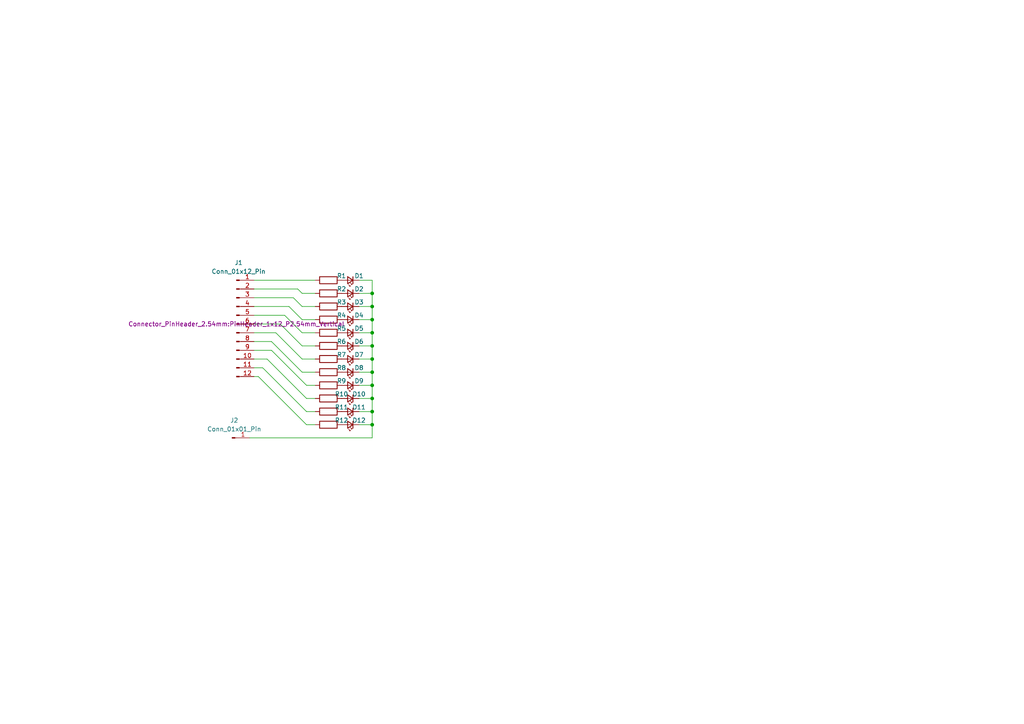
<source format=kicad_sch>
(kicad_sch (version 20230121) (generator eeschema)
  (paper "A4")
  (lib_symbols
    (symbol "Connector:Conn_01x01_Pin" (pin_names (offset 1.016) hide)
      (property "Reference" "J" (at 0 2.54 0))
      (property "Value" "Conn_01x01_Pin" (at 0 -2.54 0))
      (symbol "Conn_01x01_Pin_1_1"
        (polyline (pts (xy 1.27 0) (xy 0.8636 0)) (stroke (width 0.1524)))
        (rectangle (start 0.8636 0.127) (end 0 -0.127) (stroke (width 0.1524)) (fill (type outline)))
        (pin passive line (at 5.08 0 180) (length 3.81) (name "Pin_1") (number "1"))
      )
    )
    (symbol "Connector:Conn_01x12_Pin" (pin_names (offset 1.016) hide)
      (property "Reference" "J" (at 0 15.24 0))
      (property "Value" "Conn_01x12_Pin" (at 0 -17.78 0))
      (symbol "Conn_01x12_Pin_1_1"
        (polyline (pts (xy 1.27 -15.24) (xy 0.8636 -15.24)) (stroke (width 0.1524)))
        (polyline (pts (xy 1.27 -12.7) (xy 0.8636 -12.7)) (stroke (width 0.1524)))
        (polyline (pts (xy 1.27 -10.16) (xy 0.8636 -10.16)) (stroke (width 0.1524)))
        (polyline (pts (xy 1.27 -7.62) (xy 0.8636 -7.62)) (stroke (width 0.1524)))
        (polyline (pts (xy 1.27 -5.08) (xy 0.8636 -5.08)) (stroke (width 0.1524)))
        (polyline (pts (xy 1.27 -2.54) (xy 0.8636 -2.54)) (stroke (width 0.1524)))
        (polyline (pts (xy 1.27 0) (xy 0.8636 0)) (stroke (width 0.1524)))
        (polyline (pts (xy 1.27 2.54) (xy 0.8636 2.54)) (stroke (width 0.1524)))
        (polyline (pts (xy 1.27 5.08) (xy 0.8636 5.08)) (stroke (width 0.1524)))
        (polyline (pts (xy 1.27 7.62) (xy 0.8636 7.62)) (stroke (width 0.1524)))
        (polyline (pts (xy 1.27 10.16) (xy 0.8636 10.16)) (stroke (width 0.1524)))
        (polyline (pts (xy 1.27 12.7) (xy 0.8636 12.7)) (stroke (width 0.1524)))
        (rectangle (start 0.8636 -15.113) (end 0 -15.367) (stroke (width 0.1524)) (fill (type outline)))
        (rectangle (start 0.8636 -12.573) (end 0 -12.827) (stroke (width 0.1524)) (fill (type outline)))
        (rectangle (start 0.8636 -10.033) (end 0 -10.287) (stroke (width 0.1524)) (fill (type outline)))
        (rectangle (start 0.8636 -7.493) (end 0 -7.747) (stroke (width 0.1524)) (fill (type outline)))
        (rectangle (start 0.8636 -4.953) (end 0 -5.207) (stroke (width 0.1524)) (fill (type outline)))
        (rectangle (start 0.8636 -2.413) (end 0 -2.667) (stroke (width 0.1524)) (fill (type outline)))
        (rectangle (start 0.8636 0.127) (end 0 -0.127) (stroke (width 0.1524)) (fill (type outline)))
        (rectangle (start 0.8636 2.667) (end 0 2.413) (stroke (width 0.1524)) (fill (type outline)))
        (rectangle (start 0.8636 5.207) (end 0 4.953) (stroke (width 0.1524)) (fill (type outline)))
        (rectangle (start 0.8636 7.747) (end 0 7.493) (stroke (width 0.1524)) (fill (type outline)))
        (rectangle (start 0.8636 10.287) (end 0 10.033) (stroke (width 0.1524)) (fill (type outline)))
        (rectangle (start 0.8636 12.827) (end 0 12.573) (stroke (width 0.1524)) (fill (type outline)))
        (pin passive line (at 5.08 12.7 180) (length 3.81) (name "Pin_1") (number "1"))
        (pin passive line (at 5.08 -10.16 180) (length 3.81) (name "Pin_10") (number "10"))
        (pin passive line (at 5.08 -12.7 180) (length 3.81) (name "Pin_11") (number "11"))
        (pin passive line (at 5.08 -15.24 180) (length 3.81) (name "Pin_12") (number "12"))
        (pin passive line (at 5.08 10.16 180) (length 3.81) (name "Pin_2") (number "2"))
        (pin passive line (at 5.08 7.62 180) (length 3.81) (name "Pin_3") (number "3"))
        (pin passive line (at 5.08 5.08 180) (length 3.81) (name "Pin_4") (number "4"))
        (pin passive line (at 5.08 2.54 180) (length 3.81) (name "Pin_5") (number "5"))
        (pin passive line (at 5.08 0 180) (length 3.81) (name "Pin_6") (number "6"))
        (pin passive line (at 5.08 -2.54 180) (length 3.81) (name "Pin_7") (number "7"))
        (pin passive line (at 5.08 -5.08 180) (length 3.81) (name "Pin_8") (number "8"))
        (pin passive line (at 5.08 -7.62 180) (length 3.81) (name "Pin_9") (number "9"))
      )
    )
    (symbol "Device:LED_Small" (pin_numbers hide) (pin_names (offset 0.254) hide)
      (property "Reference" "D" (at -1.27 3.175 0))
      (property "Value" "LED_Small" (at -4.445 -2.54 0))
      (symbol "LED_Small_0_1"
        (polyline (pts (xy -0.762 -1.016) (xy -0.762 1.016)) (stroke (width 0.254)))
        (polyline (pts (xy 1.016 0) (xy -0.762 0)))
        (polyline (pts (xy 0.762 -1.016) (xy -0.762 0) (xy 0.762 1.016) (xy 0.762 -1.016)) (stroke (width 0.254)))
        (polyline (pts (xy 0 0.762) (xy -0.508 1.27) (xy -0.254 1.27) (xy -0.508 1.27) (xy -0.508 1.016)))
        (polyline (pts (xy 0.508 1.27) (xy 0 1.778) (xy 0.254 1.778) (xy 0 1.778) (xy 0 1.524)))
      )
      (symbol "LED_Small_1_1"
        (pin passive line (at -2.54 0 0) (length 1.778) (name "K") (number "1"))
        (pin passive line (at 2.54 0 180) (length 1.778) (name "A") (number "2"))
      )
    )
    (symbol "Device:R" (pin_numbers hide) (pin_names (offset 0))
      (property "Reference" "R" (at 2.032 0 90))
      (property "Value" "R" (at 0 0 90))
      (symbol "R_0_1"
        (rectangle (start -1.016 -2.54) (end 1.016 2.54) (stroke (width 0.254)))
      )
      (symbol "R_1_1"
        (pin passive line (at 0 3.81 270) (length 1.27) (name "~") (number "1"))
        (pin passive line (at 0 -3.81 90) (length 1.27) (name "~") (number "2"))
      )
    )
  )
  (junction (at 107.95 115.57))
  (junction (at 107.95 100.33))
  (junction (at 107.95 96.52))
  (junction (at 107.95 107.95))
  (junction (at 107.95 85.09))
  (junction (at 107.95 119.38))
  (junction (at 107.95 88.9))
  (junction (at 107.95 123.19))
  (junction (at 107.95 111.76))
  (junction (at 107.95 92.71))
  (junction (at 107.95 104.14))
  (wire (pts (xy 107.95 123.19) (xy 107.95 127)))
  (wire (pts (xy 88.9 119.38) (xy 91.44 119.38)))
  (wire (pts (xy 83.82 88.9) (xy 87.63 92.71)))
  (wire (pts (xy 107.95 100.33) (xy 107.95 104.14)))
  (wire (pts (xy 86.36 83.82) (xy 87.63 85.09)))
  (wire (pts (xy 104.14 115.57) (xy 107.95 115.57)))
  (wire (pts (xy 104.14 96.52) (xy 107.95 96.52)))
  (wire (pts (xy 87.63 85.09) (xy 91.44 85.09)))
  (wire (pts (xy 73.66 104.14) (xy 77.47 104.14)))
  (wire (pts (xy 107.95 81.28) (xy 107.95 85.09)))
  (wire (pts (xy 77.47 104.14) (xy 88.9 115.57)))
  (wire (pts (xy 81.28 93.98) (xy 87.63 100.33)))
  (wire (pts (xy 107.95 115.57) (xy 107.95 119.38)))
  (wire (pts (xy 73.66 106.68) (xy 76.2 106.68)))
  (wire (pts (xy 73.66 81.28) (xy 91.44 81.28)))
  (wire (pts (xy 104.14 107.95) (xy 107.95 107.95)))
  (wire (pts (xy 73.66 101.6) (xy 78.74 101.6)))
  (wire (pts (xy 74.93 109.22) (xy 88.9 123.19)))
  (wire (pts (xy 107.95 88.9) (xy 107.95 92.71)))
  (wire (pts (xy 73.66 91.44) (xy 82.55 91.44)))
  (wire (pts (xy 87.63 100.33) (xy 91.44 100.33)))
  (wire (pts (xy 73.66 109.22) (xy 74.93 109.22)))
  (wire (pts (xy 104.14 85.09) (xy 107.95 85.09)))
  (wire (pts (xy 88.9 115.57) (xy 91.44 115.57)))
  (wire (pts (xy 104.14 81.28) (xy 107.95 81.28)))
  (wire (pts (xy 104.14 104.14) (xy 107.95 104.14)))
  (wire (pts (xy 78.74 101.6) (xy 88.9 111.76)))
  (wire (pts (xy 104.14 119.38) (xy 107.95 119.38)))
  (wire (pts (xy 104.14 111.76) (xy 107.95 111.76)))
  (wire (pts (xy 73.66 88.9) (xy 83.82 88.9)))
  (wire (pts (xy 107.95 96.52) (xy 107.95 100.33)))
  (wire (pts (xy 107.95 119.38) (xy 107.95 123.19)))
  (wire (pts (xy 104.14 88.9) (xy 107.95 88.9)))
  (wire (pts (xy 104.14 100.33) (xy 107.95 100.33)))
  (wire (pts (xy 72.39 127) (xy 107.95 127)))
  (wire (pts (xy 107.95 107.95) (xy 107.95 111.76)))
  (wire (pts (xy 82.55 91.44) (xy 87.63 96.52)))
  (wire (pts (xy 104.14 92.71) (xy 107.95 92.71)))
  (wire (pts (xy 85.09 86.36) (xy 87.63 88.9)))
  (wire (pts (xy 87.63 88.9) (xy 91.44 88.9)))
  (wire (pts (xy 76.2 106.68) (xy 88.9 119.38)))
  (wire (pts (xy 87.63 104.14) (xy 91.44 104.14)))
  (wire (pts (xy 73.66 99.06) (xy 78.74 99.06)))
  (wire (pts (xy 87.63 107.95) (xy 91.44 107.95)))
  (wire (pts (xy 78.74 99.06) (xy 87.63 107.95)))
  (wire (pts (xy 104.14 123.19) (xy 107.95 123.19)))
  (wire (pts (xy 73.66 93.98) (xy 81.28 93.98)))
  (wire (pts (xy 73.66 96.52) (xy 80.01 96.52)))
  (wire (pts (xy 73.66 83.82) (xy 86.36 83.82)))
  (wire (pts (xy 88.9 111.76) (xy 91.44 111.76)))
  (wire (pts (xy 107.95 92.71) (xy 107.95 96.52)))
  (wire (pts (xy 80.01 96.52) (xy 87.63 104.14)))
  (wire (pts (xy 107.95 111.76) (xy 107.95 115.57)))
  (wire (pts (xy 88.9 123.19) (xy 91.44 123.19)))
  (wire (pts (xy 107.95 85.09) (xy 107.95 88.9)))
  (wire (pts (xy 73.66 86.36) (xy 85.09 86.36)))
  (wire (pts (xy 87.63 92.71) (xy 91.44 92.71)))
  (wire (pts (xy 87.63 96.52) (xy 91.44 96.52)))
  (wire (pts (xy 107.95 104.14) (xy 107.95 107.95)))
  (symbol (lib_id "Device:R") (at 95.25 111.76 90) (unit 1)
    (property "Reference" "R9" (at 99.06 110.49 90))
    (property "Value" "R" (effects hide))
    (property "Footprint" "Resistor_SMD:R_0603_1608Metric" (effects hide))
  )
  (symbol (lib_id "Device:R") (at 95.25 81.28 90) (unit 1)
    (property "Reference" "R1" (at 99.06 80.01 90))
    (property "Value" "R" (effects hide))
    (property "Footprint" "Resistor_SMD:R_0603_1608Metric" (effects hide))
  )
  (symbol (lib_id "Device:LED_Small") (at 101.6 81.28 180) (unit 1)
    (property "Reference" "D1" (at 104.14 80.01 0))
    (property "Value" "LED_Small" (effects hide))
    (property "Footprint" "LED_SMD:LED_0603_1608Metric" (effects hide))
  )
  (symbol (lib_id "Device:R") (at 95.25 88.9 90) (unit 1)
    (property "Reference" "R3" (at 99.06 87.63 90))
    (property "Value" "R" (effects hide))
    (property "Footprint" "Resistor_SMD:R_0603_1608Metric" (effects hide))
  )
  (symbol (lib_id "Device:LED_Small") (at 101.6 115.57 180) (unit 1)
    (property "Reference" "D10" (at 104.14 114.3 0))
    (property "Value" "LED_Small" (effects hide))
    (property "Footprint" "LED_SMD:LED_0603_1608Metric" (effects hide))
  )
  (symbol (lib_id "Device:R") (at 95.25 123.19 90) (unit 1)
    (property "Reference" "R12" (at 99.06 121.92 90))
    (property "Value" "R" (effects hide))
    (property "Footprint" "Resistor_SMD:R_0603_1608Metric" (effects hide))
  )
  (symbol (lib_id "Connector:Conn_01x12_Pin") (at 68.58 93.98 0) (unit 1)
    (property "Reference" "J1" (at 69.215 76.2 0))
    (property "Value" "Conn_01x12_Pin" (at 69.215 78.74 0))
    (property "Footprint" "Connector_PinHeader_2.54mm:PinHeader_1x12_P2.54mm_Vertical" (at 68.58 93.98 0))
  )
  (symbol (lib_id "Device:R") (at 95.25 119.38 90) (unit 1)
    (property "Reference" "R11" (at 99.06 118.11 90))
    (property "Value" "R" (effects hide))
    (property "Footprint" "Resistor_SMD:R_0603_1608Metric" (effects hide))
  )
  (symbol (lib_id "Device:LED_Small") (at 101.6 111.76 180) (unit 1)
    (property "Reference" "D9" (at 104.14 110.49 0))
    (property "Value" "LED_Small" (effects hide))
    (property "Footprint" "LED_SMD:LED_0603_1608Metric" (effects hide))
  )
  (symbol (lib_id "Connector:Conn_01x01_Pin") (at 67.31 127 0) (unit 1)
    (property "Reference" "J2" (at 67.945 121.92 0))
    (property "Value" "Conn_01x01_Pin" (at 67.945 124.46 0))
    (property "Footprint" "Connector_PinHeader_2.54mm:PinHeader_1x01_P2.54mm_Vertical" (effects hide))
  )
  (symbol (lib_id "Device:R") (at 95.25 104.14 90) (unit 1)
    (property "Reference" "R7" (at 99.06 102.87 90))
    (property "Value" "R" (effects hide))
    (property "Footprint" "Resistor_SMD:R_0603_1608Metric" (effects hide))
  )
  (symbol (lib_id "Device:LED_Small") (at 101.6 85.09 180) (unit 1)
    (property "Reference" "D2" (at 104.14 83.82 0))
    (property "Value" "LED_Small" (effects hide))
    (property "Footprint" "LED_SMD:LED_0603_1608Metric" (effects hide))
  )
  (symbol (lib_id "Device:R") (at 95.25 107.95 90) (unit 1)
    (property "Reference" "R8" (at 99.06 106.68 90))
    (property "Value" "R" (effects hide))
    (property "Footprint" "Resistor_SMD:R_0603_1608Metric" (effects hide))
  )
  (symbol (lib_id "Device:LED_Small") (at 101.6 104.14 180) (unit 1)
    (property "Reference" "D7" (at 104.14 102.87 0))
    (property "Value" "LED_Small" (effects hide))
    (property "Footprint" "LED_SMD:LED_0603_1608Metric" (effects hide))
  )
  (symbol (lib_id "Device:R") (at 95.25 96.52 90) (unit 1)
    (property "Reference" "R5" (at 99.06 95.25 90))
    (property "Value" "R" (effects hide))
    (property "Footprint" "Resistor_SMD:R_0603_1608Metric" (effects hide))
  )
  (symbol (lib_id "Device:R") (at 95.25 85.09 90) (unit 1)
    (property "Reference" "R2" (at 99.06 83.82 90))
    (property "Value" "R" (effects hide))
    (property "Footprint" "Resistor_SMD:R_0603_1608Metric" (effects hide))
  )
  (symbol (lib_id "Device:R") (at 95.25 100.33 90) (unit 1)
    (property "Reference" "R6" (at 99.06 99.06 90))
    (property "Value" "R" (effects hide))
    (property "Footprint" "Resistor_SMD:R_0603_1608Metric" (effects hide))
  )
  (symbol (lib_id "Device:LED_Small") (at 101.6 107.95 180) (unit 1)
    (property "Reference" "D8" (at 104.14 106.68 0))
    (property "Value" "LED_Small" (effects hide))
    (property "Footprint" "LED_SMD:LED_0603_1608Metric" (effects hide))
  )
  (symbol (lib_id "Device:R") (at 95.25 92.71 90) (unit 1)
    (property "Reference" "R4" (at 99.06 91.44 90))
    (property "Value" "R" (effects hide))
    (property "Footprint" "Resistor_SMD:R_0603_1608Metric" (effects hide))
  )
  (symbol (lib_id "Device:LED_Small") (at 101.6 92.71 180) (unit 1)
    (property "Reference" "D4" (at 104.14 91.44 0))
    (property "Value" "LED_Small" (effects hide))
    (property "Footprint" "LED_SMD:LED_0603_1608Metric" (effects hide))
  )
  (symbol (lib_id "Device:LED_Small") (at 101.6 88.9 180) (unit 1)
    (property "Reference" "D3" (at 104.14 87.63 0))
    (property "Value" "LED_Small" (effects hide))
    (property "Footprint" "LED_SMD:LED_0603_1608Metric" (effects hide))
  )
  (symbol (lib_id "Device:LED_Small") (at 101.6 100.33 180) (unit 1)
    (property "Reference" "D6" (at 104.14 99.06 0))
    (property "Value" "LED_Small" (effects hide))
    (property "Footprint" "LED_SMD:LED_0603_1608Metric" (effects hide))
  )
  (symbol (lib_id "Device:LED_Small") (at 101.6 119.38 180) (unit 1)
    (property "Reference" "D11" (at 104.14 118.11 0))
    (property "Value" "LED_Small" (effects hide))
    (property "Footprint" "LED_SMD:LED_0603_1608Metric" (effects hide))
  )
  (symbol (lib_id "Device:LED_Small") (at 101.6 123.19 180) (unit 1)
    (property "Reference" "D12" (at 104.14 121.92 0))
    (property "Value" "LED_Small" (effects hide))
    (property "Footprint" "LED_SMD:LED_0603_1608Metric" (effects hide))
  )
  (symbol (lib_id "Device:LED_Small") (at 101.6 96.52 180) (unit 1)
    (property "Reference" "D5" (at 104.14 95.25 0))
    (property "Value" "LED_Small" (effects hide))
    (property "Footprint" "LED_SMD:LED_0603_1608Metric" (effects hide))
  )
  (symbol (lib_id "Device:R") (at 95.25 115.57 90) (unit 1)
    (property "Reference" "R10" (at 99.06 114.3 90))
    (property "Value" "R" (effects hide))
    (property "Footprint" "Resistor_SMD:R_0603_1608Metric" (effects hide))
  )
)
</source>
